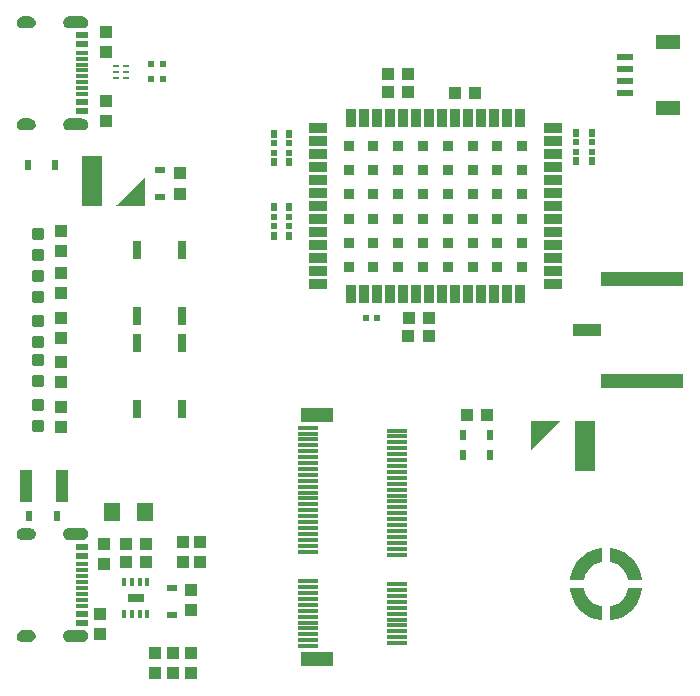
<source format=gtp>
G04 EAGLE Gerber RS-274X export*
G75*
%MOMM*%
%FSLAX34Y34*%
%LPD*%
%INSolderpaste Top*%
%IPPOS*%
%AMOC8*
5,1,8,0,0,1.08239X$1,22.5*%
G01*
%ADD10R,1.000000X0.300000*%
%ADD11R,1.000000X0.600000*%
%ADD12R,1.000000X1.100000*%
%ADD13R,1.375000X0.800000*%
%ADD14R,0.300000X0.650000*%
%ADD15R,1.100000X1.000000*%
%ADD16R,1.700000X4.200000*%
%ADD17R,0.630000X0.830000*%
%ADD18R,0.762000X1.524000*%
%ADD19R,1.000000X2.800000*%
%ADD20R,1.400000X1.600000*%
%ADD21R,0.830000X0.630000*%
%ADD22R,2.750000X1.200000*%
%ADD23R,1.750000X0.300000*%
%ADD24C,0.300000*%
%ADD25R,0.850000X1.520000*%
%ADD26R,1.520000X0.850000*%
%ADD27R,0.900000X0.900000*%
%ADD28R,0.550000X0.800000*%
%ADD29R,0.550000X0.500000*%
%ADD30R,0.600000X0.600000*%
%ADD31R,0.610000X0.250000*%
%ADD32R,0.560000X0.250000*%
%ADD33R,2.400000X1.100000*%
%ADD34R,7.000000X1.250000*%
%ADD35R,2.000000X1.200000*%
%ADD36R,1.350000X0.600000*%

G36*
X498217Y84319D02*
X498217Y84319D01*
X498262Y84320D01*
X498313Y84342D01*
X498368Y84355D01*
X498404Y84381D01*
X498444Y84399D01*
X498483Y84440D01*
X498528Y84473D01*
X498551Y84511D01*
X498581Y84543D01*
X498601Y84596D01*
X498630Y84644D01*
X498638Y84695D01*
X498651Y84729D01*
X498650Y84763D01*
X498657Y84808D01*
X498657Y95808D01*
X498647Y95861D01*
X498646Y95914D01*
X498627Y95957D01*
X498618Y96003D01*
X498587Y96047D01*
X498566Y96096D01*
X498532Y96128D01*
X498505Y96167D01*
X498460Y96196D01*
X498421Y96232D01*
X498370Y96253D01*
X498338Y96274D01*
X498306Y96279D01*
X498267Y96295D01*
X495532Y96906D01*
X492968Y97934D01*
X490604Y99361D01*
X488500Y101150D01*
X486711Y103254D01*
X485284Y105618D01*
X484256Y108182D01*
X483645Y110917D01*
X483623Y110966D01*
X483611Y111018D01*
X483583Y111056D01*
X483564Y111098D01*
X483525Y111135D01*
X483493Y111178D01*
X483453Y111202D01*
X483419Y111234D01*
X483368Y111252D01*
X483322Y111280D01*
X483268Y111289D01*
X483232Y111302D01*
X483200Y111300D01*
X483158Y111307D01*
X472158Y111307D01*
X472103Y111296D01*
X472047Y111295D01*
X472006Y111276D01*
X471963Y111268D01*
X471917Y111236D01*
X471866Y111213D01*
X471836Y111180D01*
X471799Y111155D01*
X471769Y111108D01*
X471731Y111066D01*
X471716Y111025D01*
X471692Y110988D01*
X471683Y110932D01*
X471664Y110879D01*
X471665Y110827D01*
X471659Y110791D01*
X471667Y110759D01*
X471667Y110754D01*
X471667Y110752D01*
X471667Y110751D01*
X471668Y110713D01*
X472507Y106392D01*
X472519Y106363D01*
X472527Y106321D01*
X473996Y102171D01*
X474012Y102144D01*
X474026Y102104D01*
X476092Y98217D01*
X476112Y98193D01*
X476131Y98155D01*
X478749Y94616D01*
X478773Y94595D01*
X478798Y94560D01*
X481910Y91448D01*
X481925Y91438D01*
X481933Y91427D01*
X481948Y91418D01*
X481966Y91399D01*
X485505Y88781D01*
X485533Y88768D01*
X485567Y88742D01*
X489454Y86676D01*
X489484Y86667D01*
X489521Y86646D01*
X493671Y85177D01*
X493702Y85172D01*
X493742Y85157D01*
X498063Y84318D01*
X498119Y84318D01*
X498175Y84309D01*
X498217Y84319D01*
G37*
G36*
X483211Y118319D02*
X483211Y118319D01*
X483264Y118320D01*
X483307Y118339D01*
X483353Y118348D01*
X483397Y118379D01*
X483446Y118400D01*
X483478Y118434D01*
X483517Y118461D01*
X483546Y118506D01*
X483582Y118545D01*
X483603Y118596D01*
X483624Y118628D01*
X483629Y118660D01*
X483645Y118699D01*
X484256Y121434D01*
X485284Y123998D01*
X486711Y126362D01*
X488500Y128466D01*
X490604Y130255D01*
X492968Y131682D01*
X495532Y132710D01*
X498267Y133321D01*
X498316Y133343D01*
X498368Y133355D01*
X498406Y133383D01*
X498448Y133402D01*
X498485Y133441D01*
X498528Y133473D01*
X498552Y133513D01*
X498584Y133547D01*
X498602Y133598D01*
X498630Y133644D01*
X498639Y133698D01*
X498652Y133734D01*
X498650Y133766D01*
X498657Y133808D01*
X498657Y144808D01*
X498646Y144863D01*
X498645Y144919D01*
X498626Y144960D01*
X498618Y145003D01*
X498586Y145049D01*
X498563Y145101D01*
X498530Y145130D01*
X498505Y145167D01*
X498458Y145197D01*
X498416Y145235D01*
X498375Y145250D01*
X498338Y145274D01*
X498282Y145283D01*
X498229Y145302D01*
X498177Y145301D01*
X498141Y145307D01*
X498109Y145299D01*
X498063Y145298D01*
X493742Y144459D01*
X493713Y144447D01*
X493671Y144439D01*
X489521Y142970D01*
X489494Y142954D01*
X489454Y142940D01*
X485567Y140874D01*
X485543Y140854D01*
X485505Y140835D01*
X481966Y138217D01*
X481945Y138193D01*
X481910Y138168D01*
X478798Y135056D01*
X478780Y135030D01*
X478749Y135000D01*
X476131Y131462D01*
X476118Y131433D01*
X476092Y131399D01*
X474026Y127512D01*
X474019Y127489D01*
X474010Y127475D01*
X474009Y127467D01*
X473996Y127445D01*
X472527Y123295D01*
X472522Y123264D01*
X472507Y123224D01*
X471668Y118903D01*
X471668Y118847D01*
X471659Y118791D01*
X471669Y118749D01*
X471670Y118704D01*
X471692Y118653D01*
X471705Y118598D01*
X471731Y118563D01*
X471749Y118522D01*
X471790Y118483D01*
X471823Y118438D01*
X471861Y118415D01*
X471893Y118385D01*
X471946Y118365D01*
X471994Y118336D01*
X472045Y118328D01*
X472079Y118315D01*
X472113Y118316D01*
X472158Y118309D01*
X483158Y118309D01*
X483211Y118319D01*
G37*
G36*
X532213Y118320D02*
X532213Y118320D01*
X532269Y118321D01*
X532310Y118340D01*
X532353Y118348D01*
X532399Y118380D01*
X532451Y118403D01*
X532480Y118436D01*
X532517Y118461D01*
X532547Y118508D01*
X532585Y118550D01*
X532600Y118591D01*
X532624Y118628D01*
X532633Y118684D01*
X532652Y118737D01*
X532651Y118789D01*
X532657Y118825D01*
X532649Y118857D01*
X532648Y118903D01*
X531809Y123224D01*
X531797Y123253D01*
X531789Y123295D01*
X530320Y127445D01*
X530304Y127472D01*
X530295Y127499D01*
X530293Y127505D01*
X530292Y127507D01*
X530290Y127512D01*
X528224Y131399D01*
X528204Y131423D01*
X528185Y131462D01*
X525567Y135000D01*
X525543Y135021D01*
X525518Y135056D01*
X522406Y138168D01*
X522380Y138186D01*
X522350Y138217D01*
X518812Y140835D01*
X518783Y140848D01*
X518749Y140874D01*
X514862Y142940D01*
X514832Y142949D01*
X514795Y142970D01*
X510645Y144439D01*
X510614Y144444D01*
X510574Y144459D01*
X506253Y145298D01*
X506197Y145298D01*
X506141Y145307D01*
X506099Y145297D01*
X506054Y145296D01*
X506003Y145274D01*
X505948Y145261D01*
X505913Y145235D01*
X505872Y145217D01*
X505833Y145176D01*
X505788Y145143D01*
X505765Y145105D01*
X505735Y145073D01*
X505715Y145020D01*
X505686Y144972D01*
X505678Y144921D01*
X505665Y144887D01*
X505666Y144853D01*
X505659Y144808D01*
X505659Y133808D01*
X505669Y133755D01*
X505670Y133702D01*
X505689Y133659D01*
X505698Y133613D01*
X505729Y133569D01*
X505750Y133520D01*
X505784Y133488D01*
X505811Y133449D01*
X505856Y133420D01*
X505895Y133384D01*
X505946Y133363D01*
X505978Y133342D01*
X506010Y133337D01*
X506049Y133321D01*
X508784Y132710D01*
X511348Y131682D01*
X513712Y130255D01*
X515816Y128466D01*
X517605Y126362D01*
X519032Y123998D01*
X520060Y121434D01*
X520671Y118699D01*
X520693Y118650D01*
X520705Y118598D01*
X520733Y118560D01*
X520752Y118518D01*
X520791Y118481D01*
X520823Y118438D01*
X520863Y118414D01*
X520897Y118382D01*
X520948Y118364D01*
X520994Y118336D01*
X521048Y118327D01*
X521084Y118314D01*
X521116Y118316D01*
X521158Y118309D01*
X532158Y118309D01*
X532213Y118320D01*
G37*
G36*
X506207Y84317D02*
X506207Y84317D01*
X506253Y84318D01*
X510574Y85157D01*
X510603Y85169D01*
X510645Y85177D01*
X514795Y86646D01*
X514822Y86662D01*
X514862Y86676D01*
X518749Y88742D01*
X518773Y88762D01*
X518812Y88781D01*
X522350Y91399D01*
X522371Y91423D01*
X522406Y91448D01*
X525518Y94560D01*
X525536Y94587D01*
X525567Y94616D01*
X528185Y98155D01*
X528198Y98183D01*
X528224Y98217D01*
X530290Y102104D01*
X530299Y102134D01*
X530320Y102171D01*
X531789Y106321D01*
X531794Y106352D01*
X531809Y106392D01*
X532648Y110713D01*
X532648Y110769D01*
X532657Y110825D01*
X532647Y110867D01*
X532646Y110912D01*
X532624Y110963D01*
X532611Y111018D01*
X532585Y111054D01*
X532567Y111094D01*
X532526Y111133D01*
X532493Y111178D01*
X532455Y111201D01*
X532423Y111231D01*
X532370Y111251D01*
X532322Y111280D01*
X532271Y111288D01*
X532237Y111301D01*
X532203Y111300D01*
X532158Y111307D01*
X521158Y111307D01*
X521105Y111297D01*
X521052Y111296D01*
X521009Y111277D01*
X520963Y111268D01*
X520919Y111237D01*
X520870Y111216D01*
X520838Y111182D01*
X520799Y111155D01*
X520770Y111110D01*
X520734Y111071D01*
X520713Y111020D01*
X520692Y110988D01*
X520687Y110956D01*
X520684Y110950D01*
X520683Y110949D01*
X520683Y110948D01*
X520671Y110917D01*
X520060Y108182D01*
X519032Y105618D01*
X517605Y103254D01*
X515816Y101150D01*
X513712Y99361D01*
X511348Y97934D01*
X508784Y96906D01*
X506049Y96295D01*
X506000Y96273D01*
X505948Y96261D01*
X505910Y96233D01*
X505868Y96214D01*
X505831Y96175D01*
X505788Y96143D01*
X505764Y96103D01*
X505732Y96069D01*
X505714Y96018D01*
X505686Y95972D01*
X505677Y95918D01*
X505664Y95882D01*
X505666Y95850D01*
X505659Y95808D01*
X505659Y84808D01*
X505670Y84753D01*
X505671Y84697D01*
X505690Y84656D01*
X505698Y84613D01*
X505730Y84567D01*
X505753Y84516D01*
X505786Y84486D01*
X505811Y84449D01*
X505858Y84419D01*
X505900Y84381D01*
X505941Y84366D01*
X505978Y84342D01*
X506034Y84333D01*
X506087Y84314D01*
X506139Y84315D01*
X506175Y84309D01*
X506207Y84317D01*
G37*
G36*
X111906Y435236D02*
X111906Y435236D01*
X111923Y435233D01*
X111973Y435255D01*
X112024Y435270D01*
X112035Y435283D01*
X112051Y435290D01*
X112081Y435335D01*
X112116Y435375D01*
X112119Y435392D01*
X112128Y435407D01*
X112139Y435480D01*
X112139Y459480D01*
X112127Y459522D01*
X112124Y459566D01*
X112108Y459588D01*
X112100Y459614D01*
X112067Y459643D01*
X112041Y459678D01*
X112015Y459688D01*
X111995Y459706D01*
X111951Y459713D01*
X111911Y459728D01*
X111884Y459723D01*
X111857Y459727D01*
X111816Y459709D01*
X111774Y459700D01*
X111738Y459674D01*
X111729Y459670D01*
X111725Y459665D01*
X111714Y459656D01*
X87714Y435656D01*
X87693Y435618D01*
X87664Y435585D01*
X87660Y435558D01*
X87647Y435534D01*
X87650Y435490D01*
X87643Y435447D01*
X87654Y435422D01*
X87656Y435394D01*
X87682Y435359D01*
X87700Y435319D01*
X87723Y435304D01*
X87739Y435282D01*
X87780Y435266D01*
X87817Y435242D01*
X87860Y435235D01*
X87869Y435232D01*
X87876Y435233D01*
X87890Y435231D01*
X111890Y435231D01*
X111906Y435236D01*
G37*
G36*
X439042Y228617D02*
X439042Y228617D01*
X439069Y228613D01*
X439110Y228631D01*
X439152Y228640D01*
X439188Y228666D01*
X439197Y228670D01*
X439201Y228675D01*
X439212Y228684D01*
X463212Y252684D01*
X463233Y252722D01*
X463262Y252755D01*
X463266Y252782D01*
X463279Y252806D01*
X463276Y252850D01*
X463283Y252893D01*
X463272Y252919D01*
X463270Y252946D01*
X463244Y252981D01*
X463226Y253021D01*
X463203Y253036D01*
X463187Y253058D01*
X463146Y253074D01*
X463110Y253098D01*
X463066Y253105D01*
X463057Y253108D01*
X463050Y253107D01*
X463036Y253109D01*
X439036Y253109D01*
X439020Y253104D01*
X439003Y253107D01*
X438953Y253085D01*
X438902Y253070D01*
X438891Y253057D01*
X438875Y253050D01*
X438845Y253005D01*
X438810Y252965D01*
X438807Y252948D01*
X438798Y252934D01*
X438787Y252860D01*
X438787Y228860D01*
X438799Y228818D01*
X438802Y228774D01*
X438818Y228752D01*
X438826Y228726D01*
X438859Y228697D01*
X438885Y228662D01*
X438911Y228652D01*
X438931Y228634D01*
X438975Y228627D01*
X439015Y228612D01*
X439042Y228617D01*
G37*
G36*
X59035Y499124D02*
X59035Y499124D01*
X59038Y499121D01*
X60133Y499301D01*
X60139Y499307D01*
X60144Y499304D01*
X61172Y499723D01*
X61176Y499730D01*
X61181Y499728D01*
X62090Y500366D01*
X62093Y500373D01*
X62098Y500373D01*
X62842Y501196D01*
X62843Y501204D01*
X62849Y501205D01*
X63391Y502173D01*
X63390Y502182D01*
X63396Y502184D01*
X63709Y503248D01*
X63706Y503256D01*
X63711Y503259D01*
X63779Y504367D01*
X63775Y504374D01*
X63779Y504377D01*
X63609Y505485D01*
X63603Y505491D01*
X63606Y505496D01*
X63194Y506538D01*
X63187Y506542D01*
X63189Y506547D01*
X62555Y507472D01*
X62547Y507474D01*
X62548Y507480D01*
X61725Y508240D01*
X61716Y508241D01*
X61716Y508247D01*
X60744Y508804D01*
X60736Y508803D01*
X60734Y508809D01*
X59662Y509136D01*
X59654Y509133D01*
X59651Y509138D01*
X58534Y509219D01*
X58531Y509218D01*
X58530Y509219D01*
X46530Y509219D01*
X46527Y509217D01*
X46520Y509217D01*
X46519Y509218D01*
X45575Y508999D01*
X45569Y508993D01*
X45564Y508995D01*
X44692Y508572D01*
X44689Y508564D01*
X44683Y508566D01*
X43927Y507959D01*
X43925Y507951D01*
X43919Y507951D01*
X43318Y507191D01*
X43318Y507182D01*
X43312Y507181D01*
X42894Y506306D01*
X42896Y506298D01*
X42891Y506296D01*
X42679Y505350D01*
X42682Y505343D01*
X42677Y505339D01*
X42681Y504370D01*
X42681Y504369D01*
X42700Y503301D01*
X42705Y503294D01*
X42701Y503290D01*
X42957Y502253D01*
X42964Y502248D01*
X42961Y502242D01*
X43442Y501288D01*
X43449Y501285D01*
X43448Y501279D01*
X44129Y500456D01*
X44137Y500454D01*
X44137Y500448D01*
X44984Y499797D01*
X44992Y499797D01*
X44993Y499791D01*
X45964Y499344D01*
X45972Y499346D01*
X45974Y499341D01*
X47020Y499122D01*
X47027Y499125D01*
X47030Y499121D01*
X59030Y499121D01*
X59035Y499124D01*
G37*
G36*
X59035Y66054D02*
X59035Y66054D01*
X59038Y66051D01*
X60133Y66231D01*
X60139Y66237D01*
X60144Y66234D01*
X61172Y66653D01*
X61176Y66660D01*
X61181Y66658D01*
X62090Y67296D01*
X62093Y67303D01*
X62098Y67303D01*
X62842Y68126D01*
X62843Y68134D01*
X62849Y68135D01*
X63391Y69103D01*
X63390Y69112D01*
X63396Y69114D01*
X63709Y70178D01*
X63706Y70186D01*
X63711Y70189D01*
X63779Y71297D01*
X63775Y71304D01*
X63779Y71307D01*
X63609Y72415D01*
X63603Y72421D01*
X63606Y72426D01*
X63194Y73468D01*
X63187Y73472D01*
X63189Y73477D01*
X62555Y74402D01*
X62547Y74404D01*
X62548Y74410D01*
X61725Y75170D01*
X61716Y75171D01*
X61716Y75177D01*
X60744Y75734D01*
X60736Y75733D01*
X60734Y75739D01*
X59662Y76066D01*
X59654Y76063D01*
X59651Y76068D01*
X58534Y76149D01*
X58531Y76148D01*
X58530Y76149D01*
X46530Y76149D01*
X46527Y76147D01*
X46520Y76147D01*
X46519Y76148D01*
X45575Y75929D01*
X45569Y75923D01*
X45564Y75925D01*
X44692Y75502D01*
X44689Y75494D01*
X44683Y75496D01*
X43927Y74889D01*
X43925Y74881D01*
X43919Y74881D01*
X43318Y74121D01*
X43318Y74112D01*
X43312Y74111D01*
X42894Y73236D01*
X42896Y73228D01*
X42891Y73226D01*
X42679Y72280D01*
X42682Y72273D01*
X42677Y72269D01*
X42681Y71300D01*
X42681Y71299D01*
X42700Y70231D01*
X42705Y70224D01*
X42701Y70220D01*
X42957Y69183D01*
X42964Y69178D01*
X42961Y69172D01*
X43442Y68218D01*
X43449Y68215D01*
X43448Y68209D01*
X44129Y67386D01*
X44137Y67384D01*
X44137Y67378D01*
X44984Y66727D01*
X44992Y66727D01*
X44993Y66721D01*
X45964Y66274D01*
X45972Y66276D01*
X45974Y66271D01*
X47020Y66052D01*
X47027Y66055D01*
X47030Y66051D01*
X59030Y66051D01*
X59035Y66054D01*
G37*
G36*
X59035Y585525D02*
X59035Y585525D01*
X59038Y585521D01*
X60144Y585714D01*
X60149Y585719D01*
X60149Y585720D01*
X60154Y585717D01*
X61189Y586150D01*
X61193Y586157D01*
X61198Y586155D01*
X62111Y586808D01*
X62113Y586816D01*
X62119Y586815D01*
X62863Y587654D01*
X62864Y587663D01*
X62869Y587663D01*
X63408Y588647D01*
X63407Y588655D01*
X63408Y588656D01*
X63412Y588657D01*
X63413Y588659D01*
X63595Y589300D01*
X63719Y589736D01*
X63717Y589741D01*
X63719Y589743D01*
X63717Y589745D01*
X63721Y589747D01*
X63779Y590867D01*
X63776Y590872D01*
X63779Y590876D01*
X63661Y591921D01*
X63655Y591927D01*
X63659Y591932D01*
X63311Y592926D01*
X63304Y592930D01*
X63306Y592935D01*
X62746Y593827D01*
X62739Y593830D01*
X62739Y593835D01*
X61995Y594579D01*
X61987Y594581D01*
X61987Y594586D01*
X61095Y595146D01*
X61087Y595146D01*
X61086Y595151D01*
X60092Y595499D01*
X60084Y595496D01*
X60081Y595501D01*
X59036Y595619D01*
X59032Y595617D01*
X59030Y595619D01*
X47030Y595619D01*
X47027Y595617D01*
X47024Y595617D01*
X47022Y595619D01*
X46026Y595461D01*
X46020Y595455D01*
X46015Y595458D01*
X45079Y595083D01*
X45075Y595076D01*
X45069Y595078D01*
X44240Y594504D01*
X44237Y594496D01*
X44232Y594497D01*
X43551Y593753D01*
X43550Y593744D01*
X43544Y593744D01*
X43046Y592867D01*
X43047Y592859D01*
X43042Y592856D01*
X42854Y592232D01*
X42751Y591891D01*
X42752Y591888D01*
X42751Y591887D01*
X42754Y591883D01*
X42749Y591880D01*
X42681Y590873D01*
X42682Y590871D01*
X42681Y590870D01*
X42690Y589789D01*
X42695Y589782D01*
X42691Y589778D01*
X42941Y588726D01*
X42947Y588721D01*
X42944Y588716D01*
X43421Y587746D01*
X43429Y587743D01*
X43427Y587737D01*
X44108Y586898D01*
X44116Y586896D01*
X44116Y586890D01*
X44967Y586224D01*
X44975Y586223D01*
X44976Y586218D01*
X45953Y585757D01*
X45961Y585759D01*
X45964Y585754D01*
X47019Y585522D01*
X47027Y585525D01*
X47030Y585521D01*
X59030Y585521D01*
X59035Y585525D01*
G37*
G36*
X59035Y152455D02*
X59035Y152455D01*
X59038Y152451D01*
X60144Y152644D01*
X60149Y152649D01*
X60149Y152650D01*
X60154Y152647D01*
X61189Y153080D01*
X61193Y153087D01*
X61198Y153085D01*
X62111Y153738D01*
X62113Y153746D01*
X62119Y153745D01*
X62863Y154584D01*
X62864Y154593D01*
X62869Y154593D01*
X63408Y155577D01*
X63407Y155585D01*
X63408Y155586D01*
X63412Y155587D01*
X63413Y155589D01*
X63595Y156230D01*
X63719Y156666D01*
X63717Y156671D01*
X63719Y156673D01*
X63717Y156675D01*
X63721Y156677D01*
X63779Y157797D01*
X63776Y157802D01*
X63779Y157806D01*
X63661Y158851D01*
X63655Y158857D01*
X63659Y158862D01*
X63311Y159856D01*
X63304Y159860D01*
X63306Y159865D01*
X62746Y160757D01*
X62739Y160760D01*
X62739Y160765D01*
X61995Y161509D01*
X61987Y161511D01*
X61987Y161516D01*
X61095Y162076D01*
X61087Y162076D01*
X61086Y162081D01*
X60092Y162429D01*
X60084Y162426D01*
X60081Y162431D01*
X59036Y162549D01*
X59032Y162547D01*
X59030Y162549D01*
X47030Y162549D01*
X47027Y162547D01*
X47024Y162547D01*
X47022Y162549D01*
X46026Y162391D01*
X46020Y162385D01*
X46015Y162388D01*
X45079Y162013D01*
X45075Y162006D01*
X45069Y162008D01*
X44240Y161434D01*
X44237Y161426D01*
X44232Y161427D01*
X43551Y160683D01*
X43550Y160674D01*
X43544Y160674D01*
X43046Y159797D01*
X43047Y159789D01*
X43042Y159786D01*
X42854Y159162D01*
X42751Y158821D01*
X42752Y158818D01*
X42751Y158817D01*
X42754Y158813D01*
X42749Y158810D01*
X42681Y157803D01*
X42682Y157801D01*
X42681Y157800D01*
X42690Y156719D01*
X42695Y156712D01*
X42691Y156708D01*
X42941Y155656D01*
X42947Y155651D01*
X42944Y155646D01*
X43421Y154676D01*
X43429Y154673D01*
X43427Y154667D01*
X44108Y153828D01*
X44116Y153826D01*
X44116Y153820D01*
X44967Y153154D01*
X44975Y153153D01*
X44976Y153148D01*
X45953Y152687D01*
X45961Y152689D01*
X45964Y152684D01*
X47019Y152452D01*
X47027Y152455D01*
X47030Y152451D01*
X59030Y152451D01*
X59035Y152455D01*
G37*
G36*
X14234Y499124D02*
X14234Y499124D01*
X14236Y499121D01*
X15369Y499271D01*
X15375Y499277D01*
X15380Y499274D01*
X16450Y499672D01*
X16454Y499679D01*
X16460Y499677D01*
X17415Y500304D01*
X17418Y500312D01*
X17423Y500311D01*
X18215Y501134D01*
X18216Y501142D01*
X18222Y501143D01*
X18811Y502122D01*
X18810Y502130D01*
X18815Y502132D01*
X19171Y503217D01*
X19169Y503225D01*
X19173Y503228D01*
X19279Y504365D01*
X19274Y504374D01*
X19278Y504379D01*
X19071Y505516D01*
X19065Y505522D01*
X19068Y505527D01*
X18613Y506589D01*
X18606Y506593D01*
X18608Y506599D01*
X17928Y507534D01*
X17920Y507536D01*
X17921Y507542D01*
X17050Y508302D01*
X17042Y508302D01*
X17041Y508308D01*
X16022Y508855D01*
X16014Y508854D01*
X16012Y508859D01*
X14898Y509166D01*
X14890Y509163D01*
X14887Y509168D01*
X13732Y509219D01*
X13731Y509218D01*
X13730Y509219D01*
X7730Y509219D01*
X7727Y509217D01*
X7722Y509217D01*
X7721Y509218D01*
X6640Y509006D01*
X6635Y509000D01*
X6630Y509003D01*
X5624Y508556D01*
X5620Y508549D01*
X5614Y508551D01*
X4733Y507891D01*
X4730Y507883D01*
X4725Y507883D01*
X4012Y507044D01*
X4012Y507036D01*
X4006Y507035D01*
X3498Y506058D01*
X3499Y506050D01*
X3494Y506048D01*
X3216Y504983D01*
X3219Y504975D01*
X3215Y504972D01*
X3181Y503872D01*
X3185Y503866D01*
X3181Y503863D01*
X3336Y502788D01*
X3342Y502782D01*
X3339Y502777D01*
X3729Y501763D01*
X3736Y501759D01*
X3735Y501753D01*
X4341Y500851D01*
X4349Y500849D01*
X4348Y500843D01*
X5140Y500099D01*
X5148Y500098D01*
X5148Y500092D01*
X6086Y499543D01*
X6094Y499544D01*
X6096Y499538D01*
X7132Y499211D01*
X7140Y499214D01*
X7143Y499209D01*
X8226Y499121D01*
X8229Y499123D01*
X8230Y499121D01*
X14230Y499121D01*
X14234Y499124D01*
G37*
G36*
X14234Y66054D02*
X14234Y66054D01*
X14236Y66051D01*
X15369Y66201D01*
X15375Y66207D01*
X15380Y66204D01*
X16450Y66602D01*
X16454Y66609D01*
X16460Y66607D01*
X17415Y67234D01*
X17418Y67242D01*
X17423Y67241D01*
X18215Y68064D01*
X18216Y68072D01*
X18222Y68073D01*
X18811Y69052D01*
X18810Y69060D01*
X18815Y69062D01*
X19171Y70147D01*
X19169Y70155D01*
X19173Y70158D01*
X19279Y71295D01*
X19274Y71304D01*
X19278Y71309D01*
X19071Y72446D01*
X19065Y72452D01*
X19068Y72457D01*
X18613Y73519D01*
X18606Y73523D01*
X18608Y73529D01*
X17928Y74464D01*
X17920Y74466D01*
X17921Y74472D01*
X17050Y75232D01*
X17042Y75232D01*
X17041Y75238D01*
X16022Y75785D01*
X16014Y75784D01*
X16012Y75789D01*
X14898Y76096D01*
X14890Y76093D01*
X14887Y76098D01*
X13732Y76149D01*
X13731Y76148D01*
X13730Y76149D01*
X7730Y76149D01*
X7727Y76147D01*
X7722Y76147D01*
X7721Y76148D01*
X6640Y75936D01*
X6635Y75930D01*
X6630Y75933D01*
X5624Y75486D01*
X5620Y75479D01*
X5614Y75481D01*
X4733Y74821D01*
X4730Y74813D01*
X4725Y74813D01*
X4012Y73974D01*
X4012Y73966D01*
X4006Y73965D01*
X3498Y72988D01*
X3499Y72980D01*
X3494Y72978D01*
X3216Y71913D01*
X3219Y71905D01*
X3215Y71902D01*
X3181Y70802D01*
X3185Y70796D01*
X3181Y70793D01*
X3336Y69718D01*
X3342Y69712D01*
X3339Y69707D01*
X3729Y68693D01*
X3736Y68689D01*
X3735Y68683D01*
X4341Y67781D01*
X4349Y67779D01*
X4348Y67773D01*
X5140Y67029D01*
X5148Y67028D01*
X5148Y67022D01*
X6086Y66473D01*
X6094Y66474D01*
X6096Y66468D01*
X7132Y66141D01*
X7140Y66144D01*
X7143Y66139D01*
X8226Y66051D01*
X8229Y66053D01*
X8230Y66051D01*
X14230Y66051D01*
X14234Y66054D01*
G37*
G36*
X14233Y585523D02*
X14233Y585523D01*
X14235Y585521D01*
X15327Y585622D01*
X15333Y585627D01*
X15338Y585624D01*
X16381Y585965D01*
X16386Y585972D01*
X16391Y585970D01*
X17332Y586534D01*
X17335Y586542D01*
X17341Y586541D01*
X18133Y587301D01*
X18134Y587309D01*
X18140Y587310D01*
X18743Y588227D01*
X18742Y588235D01*
X18748Y588237D01*
X19131Y589265D01*
X19129Y589273D01*
X19134Y589276D01*
X19279Y590364D01*
X19275Y590371D01*
X19279Y590375D01*
X19173Y591512D01*
X19168Y591518D01*
X19171Y591523D01*
X18815Y592608D01*
X18808Y592613D01*
X18811Y592618D01*
X18222Y593597D01*
X18214Y593600D01*
X18215Y593606D01*
X17423Y594429D01*
X17415Y594430D01*
X17415Y594436D01*
X16460Y595063D01*
X16452Y595062D01*
X16450Y595068D01*
X15380Y595466D01*
X15372Y595464D01*
X15369Y595469D01*
X14236Y595619D01*
X14233Y595617D01*
X14232Y595617D01*
X14230Y595619D01*
X8230Y595619D01*
X8227Y595617D01*
X8225Y595617D01*
X8224Y595619D01*
X7091Y595469D01*
X7085Y595463D01*
X7080Y595466D01*
X6010Y595068D01*
X6006Y595061D01*
X6000Y595063D01*
X5045Y594436D01*
X5042Y594428D01*
X5037Y594429D01*
X4245Y593606D01*
X4244Y593598D01*
X4238Y593597D01*
X3649Y592618D01*
X3650Y592610D01*
X3645Y592608D01*
X3289Y591523D01*
X3292Y591515D01*
X3287Y591512D01*
X3181Y590375D01*
X3185Y590368D01*
X3181Y590364D01*
X3326Y589276D01*
X3332Y589270D01*
X3329Y589265D01*
X3713Y588237D01*
X3719Y588232D01*
X3718Y588227D01*
X4320Y587310D01*
X4328Y587307D01*
X4327Y587301D01*
X5119Y586541D01*
X5127Y586540D01*
X5128Y586534D01*
X6069Y585970D01*
X6077Y585971D01*
X6079Y585965D01*
X7122Y585624D01*
X7130Y585626D01*
X7133Y585622D01*
X8226Y585521D01*
X8228Y585523D01*
X8230Y585521D01*
X14230Y585521D01*
X14233Y585523D01*
G37*
G36*
X14233Y152453D02*
X14233Y152453D01*
X14235Y152451D01*
X15327Y152552D01*
X15333Y152557D01*
X15338Y152554D01*
X16381Y152895D01*
X16386Y152902D01*
X16391Y152900D01*
X17332Y153464D01*
X17335Y153472D01*
X17341Y153471D01*
X18133Y154231D01*
X18134Y154239D01*
X18140Y154240D01*
X18743Y155157D01*
X18742Y155165D01*
X18748Y155167D01*
X19131Y156195D01*
X19129Y156203D01*
X19134Y156206D01*
X19279Y157294D01*
X19275Y157301D01*
X19279Y157305D01*
X19173Y158442D01*
X19168Y158448D01*
X19171Y158453D01*
X18815Y159538D01*
X18808Y159543D01*
X18811Y159548D01*
X18222Y160527D01*
X18214Y160530D01*
X18215Y160536D01*
X17423Y161359D01*
X17415Y161360D01*
X17415Y161366D01*
X16460Y161993D01*
X16452Y161992D01*
X16450Y161998D01*
X15380Y162396D01*
X15372Y162394D01*
X15369Y162399D01*
X14236Y162549D01*
X14233Y162547D01*
X14232Y162547D01*
X14230Y162549D01*
X8230Y162549D01*
X8227Y162547D01*
X8225Y162547D01*
X8224Y162549D01*
X7091Y162399D01*
X7085Y162393D01*
X7080Y162396D01*
X6010Y161998D01*
X6006Y161991D01*
X6000Y161993D01*
X5045Y161366D01*
X5042Y161358D01*
X5037Y161359D01*
X4245Y160536D01*
X4244Y160528D01*
X4238Y160527D01*
X3649Y159548D01*
X3650Y159540D01*
X3645Y159538D01*
X3289Y158453D01*
X3292Y158445D01*
X3287Y158442D01*
X3181Y157305D01*
X3185Y157298D01*
X3181Y157294D01*
X3326Y156206D01*
X3332Y156200D01*
X3329Y156195D01*
X3713Y155167D01*
X3719Y155162D01*
X3718Y155157D01*
X4320Y154240D01*
X4328Y154237D01*
X4327Y154231D01*
X5119Y153471D01*
X5127Y153470D01*
X5128Y153464D01*
X6069Y152900D01*
X6077Y152901D01*
X6079Y152895D01*
X7122Y152554D01*
X7130Y152556D01*
X7133Y152552D01*
X8226Y152451D01*
X8228Y152453D01*
X8230Y152451D01*
X14230Y152451D01*
X14233Y152453D01*
G37*
D10*
X58830Y106800D03*
X58830Y111800D03*
D11*
X58830Y82050D03*
X58830Y89800D03*
D10*
X58830Y96800D03*
X58830Y101800D03*
X58830Y121800D03*
X58830Y116800D03*
D11*
X58830Y146550D03*
X58830Y138800D03*
D10*
X58830Y131800D03*
X58830Y126800D03*
D12*
X77216Y149216D03*
X77216Y132216D03*
X73914Y73034D03*
X73914Y90034D03*
D13*
X104140Y103339D03*
D14*
X94390Y89589D03*
X100890Y89589D03*
X107390Y89589D03*
X113890Y89589D03*
X113890Y117089D03*
X107390Y117089D03*
X100890Y117089D03*
X94390Y117089D03*
D15*
X95640Y133604D03*
X112640Y133604D03*
D16*
X484336Y232060D03*
D17*
X380930Y241300D03*
X403930Y241300D03*
D15*
X401184Y258064D03*
X384184Y258064D03*
D17*
X403930Y224028D03*
X380930Y224028D03*
D18*
X105410Y341630D03*
X105410Y397510D03*
X143510Y341630D03*
X143510Y397510D03*
D15*
X95640Y148844D03*
X112640Y148844D03*
D19*
X11416Y197866D03*
X41416Y197866D03*
D20*
X111536Y176276D03*
X83536Y176276D03*
D12*
X158750Y133740D03*
X158750Y150740D03*
X143764Y150994D03*
X143764Y133994D03*
D18*
X105410Y262890D03*
X105410Y318770D03*
X143510Y262890D03*
X143510Y318770D03*
D12*
X150876Y92847D03*
X150876Y109847D03*
D21*
X134366Y112062D03*
X134366Y89062D03*
D12*
X151130Y39760D03*
X151130Y56760D03*
X135890Y39760D03*
X135890Y56760D03*
X120650Y39760D03*
X120650Y56760D03*
D22*
X257260Y51440D03*
X257260Y258440D03*
D23*
X325010Y244940D03*
X325010Y234940D03*
X325010Y229940D03*
X325010Y239940D03*
X325010Y224940D03*
X325010Y214940D03*
X325010Y209940D03*
X325010Y219940D03*
X325010Y204940D03*
X325010Y194940D03*
X325010Y189940D03*
X325010Y199940D03*
X325010Y184940D03*
X325010Y174940D03*
X325010Y169940D03*
X325010Y179940D03*
X325010Y164940D03*
X325010Y154940D03*
X325010Y149940D03*
X325010Y159940D03*
X325010Y144940D03*
X325010Y139940D03*
X325010Y114940D03*
X325010Y109940D03*
X325010Y104940D03*
X325010Y94940D03*
X325010Y89940D03*
X325010Y99940D03*
X325010Y84940D03*
X325010Y74940D03*
X325010Y69940D03*
X325010Y79940D03*
X325010Y64940D03*
X249510Y247440D03*
X249510Y237440D03*
X249510Y232440D03*
X249510Y242440D03*
X249510Y227440D03*
X249510Y217440D03*
X249510Y212440D03*
X249510Y222440D03*
X249510Y207440D03*
X249510Y197440D03*
X249510Y192440D03*
X249510Y202440D03*
X249510Y187440D03*
X249510Y177440D03*
X249510Y172440D03*
X249510Y182440D03*
X249510Y167440D03*
X249510Y157440D03*
X249510Y152440D03*
X249510Y162440D03*
X249510Y147440D03*
X249510Y142440D03*
X249510Y117440D03*
X249510Y112440D03*
X249510Y107440D03*
X249510Y97440D03*
X249510Y92440D03*
X249510Y102440D03*
X249510Y87440D03*
X249510Y77440D03*
X249510Y72440D03*
X249510Y82440D03*
X249510Y67440D03*
X249510Y62440D03*
D24*
X24455Y263080D02*
X17455Y263080D01*
X17455Y270080D01*
X24455Y270080D01*
X24455Y263080D01*
X24455Y265930D02*
X17455Y265930D01*
X17455Y268780D02*
X24455Y268780D01*
X24455Y245540D02*
X17455Y245540D01*
X17455Y252540D01*
X24455Y252540D01*
X24455Y245540D01*
X24455Y248390D02*
X17455Y248390D01*
X17455Y251240D02*
X24455Y251240D01*
X24455Y301180D02*
X17455Y301180D01*
X17455Y308180D01*
X24455Y308180D01*
X24455Y301180D01*
X24455Y304030D02*
X17455Y304030D01*
X17455Y306880D02*
X24455Y306880D01*
X24455Y283640D02*
X17455Y283640D01*
X17455Y290640D01*
X24455Y290640D01*
X24455Y283640D01*
X24455Y286490D02*
X17455Y286490D01*
X17455Y289340D02*
X24455Y289340D01*
D12*
X40894Y247786D03*
X40894Y264786D03*
X40640Y286140D03*
X40640Y303140D03*
D10*
X58830Y539870D03*
X58830Y544870D03*
D11*
X58830Y515120D03*
X58830Y522870D03*
D10*
X58830Y529870D03*
X58830Y534870D03*
X58830Y554870D03*
X58830Y549870D03*
D11*
X58830Y579620D03*
X58830Y571870D03*
D10*
X58830Y564870D03*
X58830Y559870D03*
D12*
X78486Y582540D03*
X78486Y565540D03*
X78486Y506866D03*
X78486Y523866D03*
D25*
X286200Y360270D03*
X297200Y360270D03*
X308200Y360270D03*
X319200Y360270D03*
X330200Y360270D03*
X341200Y360270D03*
X352200Y360270D03*
X363200Y360270D03*
X374200Y360270D03*
X385200Y360270D03*
X396200Y360270D03*
X407200Y360270D03*
X418200Y360270D03*
X429200Y360270D03*
D26*
X457200Y368770D03*
X457200Y379770D03*
X457200Y390770D03*
X457200Y401770D03*
X457200Y412770D03*
X457200Y423770D03*
X457200Y434770D03*
X457200Y445770D03*
X457200Y456770D03*
X457200Y467770D03*
X457200Y478770D03*
X457200Y489770D03*
X457200Y500770D03*
D25*
X429200Y509270D03*
X418200Y509270D03*
X407200Y509270D03*
X396200Y509270D03*
X385200Y509270D03*
X374200Y509270D03*
X363200Y509270D03*
X352200Y509270D03*
X341200Y509270D03*
X330200Y509270D03*
X319200Y509270D03*
X308200Y509270D03*
X297200Y509270D03*
X286200Y509270D03*
D26*
X258200Y500770D03*
X258200Y489770D03*
X258200Y478770D03*
X258200Y467770D03*
X258200Y456770D03*
X258200Y445770D03*
X258200Y434770D03*
X258200Y423770D03*
X258200Y412770D03*
X258200Y401770D03*
X258200Y390770D03*
X258200Y379770D03*
X258200Y368770D03*
D27*
X347200Y445270D03*
X326200Y445270D03*
X305200Y445270D03*
X284200Y445270D03*
X347200Y465770D03*
X326200Y465770D03*
X305200Y465770D03*
X284200Y465770D03*
X347200Y486270D03*
X326200Y486270D03*
X305200Y486270D03*
X284200Y486270D03*
X347200Y383270D03*
X326200Y383270D03*
X305200Y383270D03*
X284200Y383270D03*
X347200Y403770D03*
X326200Y403770D03*
X305200Y403770D03*
X284200Y403770D03*
X347200Y424270D03*
X326200Y424270D03*
X305200Y424270D03*
X284200Y424270D03*
X431200Y445270D03*
X410200Y445270D03*
X389200Y445270D03*
X368200Y445270D03*
X431200Y465770D03*
X410200Y465770D03*
X389200Y465770D03*
X368200Y465770D03*
X431200Y486270D03*
X410200Y486270D03*
X389200Y486270D03*
X368200Y486270D03*
X431200Y383270D03*
X410200Y383270D03*
X389200Y383270D03*
X368200Y383270D03*
X431200Y403770D03*
X410200Y403770D03*
X389200Y403770D03*
X368200Y403770D03*
X431200Y424270D03*
X410200Y424270D03*
X389200Y424270D03*
X368200Y424270D03*
D28*
X233961Y410080D03*
D29*
X233961Y418080D03*
X233961Y426080D03*
D28*
X233961Y434080D03*
X220961Y434080D03*
D29*
X220961Y426080D03*
X220961Y418080D03*
D28*
X220961Y410080D03*
X233961Y472170D03*
D29*
X233961Y480170D03*
X233961Y488170D03*
D28*
X233961Y496170D03*
X220961Y496170D03*
D29*
X220961Y488170D03*
X220961Y480170D03*
D28*
X220961Y472170D03*
X477140Y496960D03*
D29*
X477140Y488960D03*
X477140Y480960D03*
D28*
X477140Y472960D03*
X490140Y472960D03*
D29*
X490140Y480960D03*
X490140Y488960D03*
D28*
X490140Y496960D03*
D30*
X116920Y542290D03*
X126920Y542290D03*
X116920Y554990D03*
X126920Y554990D03*
D31*
X87390Y553640D03*
D32*
X87140Y548640D03*
X87140Y543640D03*
X95740Y543640D03*
X95740Y548640D03*
X95740Y553640D03*
D33*
X486044Y330200D03*
D34*
X532944Y373250D03*
X532944Y287150D03*
D15*
X334908Y324612D03*
X351908Y324612D03*
X335162Y340614D03*
X352162Y340614D03*
D30*
X298530Y340360D03*
X308530Y340360D03*
D12*
X40640Y396630D03*
X40640Y413630D03*
X40640Y322970D03*
X40640Y339970D03*
D24*
X24455Y407860D02*
X17455Y407860D01*
X17455Y414860D01*
X24455Y414860D01*
X24455Y407860D01*
X24455Y410710D02*
X17455Y410710D01*
X17455Y413560D02*
X24455Y413560D01*
X24455Y390320D02*
X17455Y390320D01*
X17455Y397320D01*
X24455Y397320D01*
X24455Y390320D01*
X24455Y393170D02*
X17455Y393170D01*
X17455Y396020D02*
X24455Y396020D01*
X24455Y334200D02*
X17455Y334200D01*
X17455Y341200D01*
X24455Y341200D01*
X24455Y334200D01*
X24455Y337050D02*
X17455Y337050D01*
X17455Y339900D02*
X24455Y339900D01*
X24455Y316660D02*
X17455Y316660D01*
X17455Y323660D01*
X24455Y323660D01*
X24455Y316660D01*
X24455Y319510D02*
X17455Y319510D01*
X17455Y322360D02*
X24455Y322360D01*
D12*
X40640Y361070D03*
X40640Y378070D03*
D24*
X24455Y372300D02*
X17455Y372300D01*
X17455Y379300D01*
X24455Y379300D01*
X24455Y372300D01*
X24455Y375150D02*
X17455Y375150D01*
X17455Y378000D02*
X24455Y378000D01*
X24455Y354760D02*
X17455Y354760D01*
X17455Y361760D01*
X24455Y361760D01*
X24455Y354760D01*
X24455Y357610D02*
X17455Y357610D01*
X17455Y360460D02*
X24455Y360460D01*
D35*
X554910Y518100D03*
X554910Y574100D03*
D36*
X518160Y531100D03*
X518160Y541100D03*
X518160Y551100D03*
X518160Y561100D03*
D21*
X124714Y442398D03*
X124714Y465398D03*
D12*
X141732Y445652D03*
X141732Y462652D03*
D16*
X66590Y456280D03*
D15*
X334890Y546862D03*
X317890Y546862D03*
X317890Y531622D03*
X334890Y531622D03*
X374532Y530606D03*
X391532Y530606D03*
D17*
X36900Y172720D03*
X13900Y172720D03*
X35630Y469900D03*
X12630Y469900D03*
M02*

</source>
